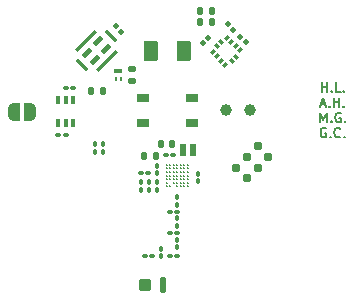
<source format=gbr>
%TF.GenerationSoftware,KiCad,Pcbnew,8.99.0-unknown-ce20689caf~181~ubuntu24.04.1*%
%TF.CreationDate,2024-12-05T10:04:36-05:00*%
%TF.ProjectId,nRF54L15_nPM2100_CR2032,6e524635-344c-4313-955f-6e504d323130,rev?*%
%TF.SameCoordinates,Original*%
%TF.FileFunction,Soldermask,Top*%
%TF.FilePolarity,Negative*%
%FSLAX46Y46*%
G04 Gerber Fmt 4.6, Leading zero omitted, Abs format (unit mm)*
G04 Created by KiCad (PCBNEW 8.99.0-unknown-ce20689caf~181~ubuntu24.04.1) date 2024-12-05 10:04:36*
%MOMM*%
%LPD*%
G01*
G04 APERTURE LIST*
G04 Aperture macros list*
%AMRoundRect*
0 Rectangle with rounded corners*
0 $1 Rounding radius*
0 $2 $3 $4 $5 $6 $7 $8 $9 X,Y pos of 4 corners*
0 Add a 4 corners polygon primitive as box body*
4,1,4,$2,$3,$4,$5,$6,$7,$8,$9,$2,$3,0*
0 Add four circle primitives for the rounded corners*
1,1,$1+$1,$2,$3*
1,1,$1+$1,$4,$5*
1,1,$1+$1,$6,$7*
1,1,$1+$1,$8,$9*
0 Add four rect primitives between the rounded corners*
20,1,$1+$1,$2,$3,$4,$5,0*
20,1,$1+$1,$4,$5,$6,$7,0*
20,1,$1+$1,$6,$7,$8,$9,0*
20,1,$1+$1,$8,$9,$2,$3,0*%
%AMFreePoly0*
4,1,23,0.500000,-0.750000,0.000000,-0.750000,0.000000,-0.745722,-0.065263,-0.745722,-0.191342,-0.711940,-0.304381,-0.646677,-0.396677,-0.554381,-0.461940,-0.441342,-0.495722,-0.315263,-0.495722,-0.250000,-0.500000,-0.250000,-0.500000,0.250000,-0.495722,0.250000,-0.495722,0.315263,-0.461940,0.441342,-0.396677,0.554381,-0.304381,0.646677,-0.191342,0.711940,-0.065263,0.745722,0.000000,0.745722,
0.000000,0.750000,0.500000,0.750000,0.500000,-0.750000,0.500000,-0.750000,$1*%
%AMFreePoly1*
4,1,23,0.000000,0.745722,0.065263,0.745722,0.191342,0.711940,0.304381,0.646677,0.396677,0.554381,0.461940,0.441342,0.495722,0.315263,0.495722,0.250000,0.500000,0.250000,0.500000,-0.250000,0.495722,-0.250000,0.495722,-0.315263,0.461940,-0.441342,0.396677,-0.554381,0.304381,-0.646677,0.191342,-0.711940,0.065263,-0.745722,0.000000,-0.745722,0.000000,-0.750000,-0.500000,-0.750000,
-0.500000,0.750000,0.000000,0.750000,0.000000,0.745722,0.000000,0.745722,$1*%
G04 Aperture macros list end*
%ADD10C,0.200000*%
%ADD11C,0.170000*%
%ADD12RoundRect,0.100000X0.130000X0.100000X-0.130000X0.100000X-0.130000X-0.100000X0.130000X-0.100000X0*%
%ADD13RoundRect,0.100000X-0.100000X0.130000X-0.100000X-0.130000X0.100000X-0.130000X0.100000X0.130000X0*%
%ADD14RoundRect,0.100000X0.021213X0.162635X-0.162635X-0.021213X-0.021213X-0.162635X0.162635X0.021213X0*%
%ADD15RoundRect,0.135000X0.135000X0.185000X-0.135000X0.185000X-0.135000X-0.185000X0.135000X-0.185000X0*%
%ADD16RoundRect,0.147500X-0.147500X-0.172500X0.147500X-0.172500X0.147500X0.172500X-0.147500X0.172500X0*%
%ADD17C,1.000000*%
%ADD18RoundRect,0.100000X0.100000X-0.130000X0.100000X0.130000X-0.100000X0.130000X-0.100000X-0.130000X0*%
%ADD19C,0.150000*%
%ADD20RoundRect,0.140000X0.140000X0.170000X-0.140000X0.170000X-0.140000X-0.170000X0.140000X-0.170000X0*%
%ADD21RoundRect,0.100000X-0.162635X0.021213X0.021213X-0.162635X0.162635X-0.021213X-0.021213X0.162635X0*%
%ADD22RoundRect,0.075000X0.175000X0.575000X-0.175000X0.575000X-0.175000X-0.575000X0.175000X-0.575000X0*%
%ADD23RoundRect,0.150000X0.350000X0.350000X-0.350000X0.350000X-0.350000X-0.350000X0.350000X-0.350000X0*%
%ADD24R,0.575000X1.114000*%
%ADD25RoundRect,0.100000X-0.130000X-0.100000X0.130000X-0.100000X0.130000X0.100000X-0.130000X0.100000X0*%
%ADD26RoundRect,0.250000X-0.375000X-0.625000X0.375000X-0.625000X0.375000X0.625000X-0.375000X0.625000X0*%
%ADD27RoundRect,0.033000X-0.021213X-0.207889X0.207889X0.021213X0.021213X0.207889X-0.207889X-0.021213X0*%
%ADD28RoundRect,0.033000X0.021213X-0.207889X0.207889X-0.021213X-0.021213X0.207889X-0.207889X0.021213X0*%
%ADD29R,0.250000X0.400000*%
%ADD30R,0.700000X0.400000*%
%ADD31C,0.787400*%
%ADD32RoundRect,0.100000X0.162635X-0.021213X-0.021213X0.162635X-0.162635X0.021213X0.021213X-0.162635X0*%
%ADD33FreePoly0,0.000000*%
%ADD34FreePoly1,0.000000*%
%ADD35R,1.050000X0.650000*%
%ADD36RoundRect,0.060000X-0.392444X-0.194454X-0.194454X-0.392444X0.392444X0.194454X0.194454X0.392444X0*%
%ADD37RoundRect,0.052500X0.689429X0.862670X-0.862670X-0.689429X-0.689429X-0.862670X0.862670X0.689429X0*%
%ADD38RoundRect,0.052500X0.509117X-0.335876X-0.335876X0.509117X-0.509117X0.335876X0.335876X-0.509117X0*%
%ADD39RoundRect,0.135000X-0.185000X0.135000X-0.185000X-0.135000X0.185000X-0.135000X0.185000X0.135000X0*%
%ADD40RoundRect,0.100000X-0.100000X0.225000X-0.100000X-0.225000X0.100000X-0.225000X0.100000X0.225000X0*%
G04 APERTURE END LIST*
D10*
X203066667Y-53427763D02*
X203066667Y-52627763D01*
X203066667Y-53008715D02*
X203523810Y-53008715D01*
X203523810Y-53427763D02*
X203523810Y-52627763D01*
X203904762Y-53351572D02*
X203942857Y-53389668D01*
X203942857Y-53389668D02*
X203904762Y-53427763D01*
X203904762Y-53427763D02*
X203866666Y-53389668D01*
X203866666Y-53389668D02*
X203904762Y-53351572D01*
X203904762Y-53351572D02*
X203904762Y-53427763D01*
X204666666Y-53427763D02*
X204285714Y-53427763D01*
X204285714Y-53427763D02*
X204285714Y-52627763D01*
X204933333Y-53351572D02*
X204971428Y-53389668D01*
X204971428Y-53389668D02*
X204933333Y-53427763D01*
X204933333Y-53427763D02*
X204895237Y-53389668D01*
X204895237Y-53389668D02*
X204933333Y-53351572D01*
X204933333Y-53351572D02*
X204933333Y-53427763D01*
X203009524Y-54487146D02*
X203390477Y-54487146D01*
X202933334Y-54715718D02*
X203200001Y-53915718D01*
X203200001Y-53915718D02*
X203466667Y-54715718D01*
X203733334Y-54639527D02*
X203771429Y-54677623D01*
X203771429Y-54677623D02*
X203733334Y-54715718D01*
X203733334Y-54715718D02*
X203695238Y-54677623D01*
X203695238Y-54677623D02*
X203733334Y-54639527D01*
X203733334Y-54639527D02*
X203733334Y-54715718D01*
X204114286Y-54715718D02*
X204114286Y-53915718D01*
X204114286Y-54296670D02*
X204571429Y-54296670D01*
X204571429Y-54715718D02*
X204571429Y-53915718D01*
X204952381Y-54639527D02*
X204990476Y-54677623D01*
X204990476Y-54677623D02*
X204952381Y-54715718D01*
X204952381Y-54715718D02*
X204914285Y-54677623D01*
X204914285Y-54677623D02*
X204952381Y-54639527D01*
X204952381Y-54639527D02*
X204952381Y-54715718D01*
X202952381Y-56003673D02*
X202952381Y-55203673D01*
X202952381Y-55203673D02*
X203219047Y-55775101D01*
X203219047Y-55775101D02*
X203485714Y-55203673D01*
X203485714Y-55203673D02*
X203485714Y-56003673D01*
X203866667Y-55927482D02*
X203904762Y-55965578D01*
X203904762Y-55965578D02*
X203866667Y-56003673D01*
X203866667Y-56003673D02*
X203828571Y-55965578D01*
X203828571Y-55965578D02*
X203866667Y-55927482D01*
X203866667Y-55927482D02*
X203866667Y-56003673D01*
X204666666Y-55241768D02*
X204590476Y-55203673D01*
X204590476Y-55203673D02*
X204476190Y-55203673D01*
X204476190Y-55203673D02*
X204361904Y-55241768D01*
X204361904Y-55241768D02*
X204285714Y-55317958D01*
X204285714Y-55317958D02*
X204247619Y-55394149D01*
X204247619Y-55394149D02*
X204209523Y-55546530D01*
X204209523Y-55546530D02*
X204209523Y-55660816D01*
X204209523Y-55660816D02*
X204247619Y-55813197D01*
X204247619Y-55813197D02*
X204285714Y-55889387D01*
X204285714Y-55889387D02*
X204361904Y-55965578D01*
X204361904Y-55965578D02*
X204476190Y-56003673D01*
X204476190Y-56003673D02*
X204552381Y-56003673D01*
X204552381Y-56003673D02*
X204666666Y-55965578D01*
X204666666Y-55965578D02*
X204704762Y-55927482D01*
X204704762Y-55927482D02*
X204704762Y-55660816D01*
X204704762Y-55660816D02*
X204552381Y-55660816D01*
X205047619Y-55927482D02*
X205085714Y-55965578D01*
X205085714Y-55965578D02*
X205047619Y-56003673D01*
X205047619Y-56003673D02*
X205009523Y-55965578D01*
X205009523Y-55965578D02*
X205047619Y-55927482D01*
X205047619Y-55927482D02*
X205047619Y-56003673D01*
X203428571Y-56529723D02*
X203352381Y-56491628D01*
X203352381Y-56491628D02*
X203238095Y-56491628D01*
X203238095Y-56491628D02*
X203123809Y-56529723D01*
X203123809Y-56529723D02*
X203047619Y-56605913D01*
X203047619Y-56605913D02*
X203009524Y-56682104D01*
X203009524Y-56682104D02*
X202971428Y-56834485D01*
X202971428Y-56834485D02*
X202971428Y-56948771D01*
X202971428Y-56948771D02*
X203009524Y-57101152D01*
X203009524Y-57101152D02*
X203047619Y-57177342D01*
X203047619Y-57177342D02*
X203123809Y-57253533D01*
X203123809Y-57253533D02*
X203238095Y-57291628D01*
X203238095Y-57291628D02*
X203314286Y-57291628D01*
X203314286Y-57291628D02*
X203428571Y-57253533D01*
X203428571Y-57253533D02*
X203466667Y-57215437D01*
X203466667Y-57215437D02*
X203466667Y-56948771D01*
X203466667Y-56948771D02*
X203314286Y-56948771D01*
X203809524Y-57215437D02*
X203847619Y-57253533D01*
X203847619Y-57253533D02*
X203809524Y-57291628D01*
X203809524Y-57291628D02*
X203771428Y-57253533D01*
X203771428Y-57253533D02*
X203809524Y-57215437D01*
X203809524Y-57215437D02*
X203809524Y-57291628D01*
X204647619Y-57215437D02*
X204609523Y-57253533D01*
X204609523Y-57253533D02*
X204495238Y-57291628D01*
X204495238Y-57291628D02*
X204419047Y-57291628D01*
X204419047Y-57291628D02*
X204304761Y-57253533D01*
X204304761Y-57253533D02*
X204228571Y-57177342D01*
X204228571Y-57177342D02*
X204190476Y-57101152D01*
X204190476Y-57101152D02*
X204152380Y-56948771D01*
X204152380Y-56948771D02*
X204152380Y-56834485D01*
X204152380Y-56834485D02*
X204190476Y-56682104D01*
X204190476Y-56682104D02*
X204228571Y-56605913D01*
X204228571Y-56605913D02*
X204304761Y-56529723D01*
X204304761Y-56529723D02*
X204419047Y-56491628D01*
X204419047Y-56491628D02*
X204495238Y-56491628D01*
X204495238Y-56491628D02*
X204609523Y-56529723D01*
X204609523Y-56529723D02*
X204647619Y-56567818D01*
X204990476Y-57215437D02*
X205028571Y-57253533D01*
X205028571Y-57253533D02*
X204990476Y-57291628D01*
X204990476Y-57291628D02*
X204952380Y-57253533D01*
X204952380Y-57253533D02*
X204990476Y-57215437D01*
X204990476Y-57215437D02*
X204990476Y-57291628D01*
D11*
%TO.C,U1*%
X189943000Y-61418200D03*
X189943000Y-61118200D03*
X189943000Y-60818200D03*
X189943000Y-60518200D03*
X189943000Y-60218200D03*
X189943000Y-59918200D03*
X189943000Y-59618200D03*
X190243000Y-61418200D03*
X190243000Y-60818200D03*
X190243000Y-60518200D03*
X190243000Y-60218200D03*
X190243000Y-59918200D03*
X190243000Y-59618200D03*
X190543000Y-61118200D03*
X190543000Y-60818200D03*
X190543000Y-60518200D03*
X190543000Y-60218200D03*
X190543000Y-59918200D03*
X190543000Y-59618200D03*
X190843000Y-61418200D03*
X190843000Y-61118200D03*
X190843000Y-60818200D03*
X190843000Y-60518200D03*
X190843000Y-60218200D03*
X190843000Y-59918200D03*
X190843000Y-59618200D03*
X191143000Y-61418200D03*
X191143000Y-61118200D03*
X191143000Y-60818200D03*
X191143000Y-60518200D03*
X191143000Y-60218200D03*
X191143000Y-59918200D03*
X191143000Y-59618200D03*
X191443000Y-61418200D03*
X191443000Y-61118200D03*
X191443000Y-60818200D03*
X191443000Y-60518200D03*
X191443000Y-60218200D03*
X191443000Y-59918200D03*
X191443000Y-59618200D03*
X191743000Y-61418200D03*
X191743000Y-61118200D03*
X191743000Y-60818200D03*
X191743000Y-60518200D03*
X191743000Y-60218200D03*
X191743000Y-59918200D03*
X191743000Y-59618200D03*
%TD*%
D12*
%TO.C,L6*%
X190830000Y-67360000D03*
X190190000Y-67360000D03*
%TD*%
D13*
%TO.C,C12*%
X188430000Y-61063800D03*
X188430000Y-61703800D03*
%TD*%
D12*
%TO.C,L7*%
X188720000Y-67360000D03*
X188080000Y-67360000D03*
%TD*%
D14*
%TO.C,C16*%
X193486274Y-48833726D03*
X193033726Y-49286274D03*
%TD*%
D15*
%TO.C,JP2*%
X193810000Y-47530000D03*
X192790000Y-47530000D03*
%TD*%
D13*
%TO.C,L4*%
X190830000Y-65950000D03*
X190830000Y-66590000D03*
%TD*%
D16*
%TO.C,L1*%
X188065000Y-58823800D03*
X189035000Y-58823800D03*
%TD*%
D17*
%TO.C,TP2*%
X197000000Y-55000000D03*
%TD*%
D18*
%TO.C,C1*%
X189130000Y-60313800D03*
X189130000Y-59673800D03*
%TD*%
D19*
%TO.C,Y2*%
X188905000Y-62618800D03*
X188655000Y-62618800D03*
X188655000Y-62368800D03*
X188905000Y-62368800D03*
%TD*%
D20*
%TO.C,C10*%
X190400000Y-57830000D03*
X189440000Y-57830000D03*
%TD*%
D15*
%TO.C,JP3*%
X193810000Y-46590000D03*
X192790000Y-46590000D03*
%TD*%
D21*
%TO.C,C15*%
X196173726Y-48753726D03*
X196626274Y-49206274D03*
%TD*%
D12*
%TO.C,C11*%
X190500000Y-58813800D03*
X189860000Y-58813800D03*
%TD*%
D13*
%TO.C,R3*%
X184590000Y-57850000D03*
X184590000Y-58490000D03*
%TD*%
D22*
%TO.C,AE1*%
X189630000Y-69800000D03*
D23*
X188080000Y-69800000D03*
%TD*%
D12*
%TO.C,C4*%
X182050000Y-53080000D03*
X181410000Y-53080000D03*
%TD*%
D17*
%TO.C,TP1*%
X195000000Y-55000000D03*
%TD*%
D24*
%TO.C,Y1*%
X191367500Y-58363800D03*
X192192500Y-58363800D03*
%TD*%
D25*
%TO.C,C3*%
X180760000Y-57050000D03*
X181400000Y-57050000D03*
%TD*%
D15*
%TO.C,R4*%
X184580000Y-53320000D03*
X183560000Y-53320000D03*
%TD*%
D13*
%TO.C,C2*%
X187730000Y-61063800D03*
X187730000Y-61703800D03*
%TD*%
D26*
%TO.C,D1*%
X188600000Y-50000000D03*
X191400000Y-50000000D03*
%TD*%
D25*
%TO.C,FB1*%
X187760000Y-60313800D03*
X188400000Y-60313800D03*
%TD*%
D27*
%TO.C,U3*%
X193861558Y-50077782D03*
X194215111Y-50431335D03*
X194568665Y-50784889D03*
X194922218Y-51138442D03*
D28*
X195469802Y-50823355D03*
X195823355Y-50469802D03*
D27*
X196138442Y-49922218D03*
X195784889Y-49568665D03*
X195431335Y-49215111D03*
X195077782Y-48861558D03*
D28*
X194530198Y-49176645D03*
X194176645Y-49530198D03*
%TD*%
D29*
%TO.C,Q1*%
X185625000Y-52350000D03*
X186075000Y-52350000D03*
D30*
X185850000Y-51650000D03*
%TD*%
D31*
%TO.C,J1*%
X197649013Y-58052962D03*
X198547038Y-58950987D03*
X196750987Y-58950987D03*
X197649013Y-59849013D03*
X195852962Y-59849013D03*
X196750987Y-60747038D03*
%TD*%
D32*
%TO.C,C17*%
X195586274Y-48156274D03*
X195133726Y-47703726D03*
%TD*%
D18*
%TO.C,C8*%
X192557697Y-60990000D03*
X192557697Y-60350000D03*
%TD*%
D13*
%TO.C,L2*%
X190830000Y-62350000D03*
X190830000Y-62990000D03*
%TD*%
D21*
%TO.C,C20*%
X185653726Y-47873726D03*
X186106274Y-48326274D03*
%TD*%
D18*
%TO.C,L18*%
X189450000Y-67360000D03*
X189450000Y-66720000D03*
%TD*%
D33*
%TO.C,JP1*%
X177050000Y-55100000D03*
D34*
X178349998Y-55100000D03*
%TD*%
D13*
%TO.C,R2*%
X183890000Y-57850000D03*
X183890000Y-58490000D03*
%TD*%
D35*
%TO.C,SW1*%
X187925000Y-53925000D03*
X192075000Y-53925000D03*
X187925000Y-56075000D03*
X192050000Y-56075000D03*
%TD*%
D12*
%TO.C,C6*%
X190830000Y-63570000D03*
X190190000Y-63570000D03*
%TD*%
%TO.C,C9*%
X190830000Y-65370000D03*
X190190000Y-65370000D03*
%TD*%
D13*
%TO.C,L3*%
X190830000Y-64150000D03*
X190830000Y-64790000D03*
%TD*%
D36*
%TO.C,MK1*%
X184159099Y-49156649D03*
X183204505Y-50111243D03*
X183840901Y-50747639D03*
X184795495Y-49793045D03*
D37*
X183133794Y-49085938D03*
D38*
X185219759Y-48732385D03*
X182780241Y-51171903D03*
D37*
X184866206Y-50818350D03*
%TD*%
D39*
%TO.C,R1*%
X187000000Y-51490000D03*
X187000000Y-52510000D03*
%TD*%
D13*
%TO.C,C5*%
X189130000Y-61073800D03*
X189130000Y-61713800D03*
%TD*%
D40*
%TO.C,U2*%
X182050000Y-54150000D03*
X181400000Y-54150000D03*
X180750000Y-54150000D03*
X180750000Y-56050000D03*
X181400000Y-56050000D03*
X182050000Y-56050000D03*
%TD*%
M02*

</source>
